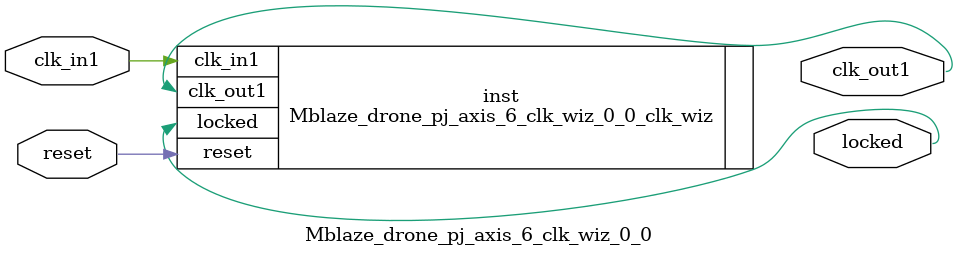
<source format=v>


`timescale 1ps/1ps

(* CORE_GENERATION_INFO = "Mblaze_drone_pj_axis_6_clk_wiz_0_0,clk_wiz_v6_0_4_0_0,{component_name=Mblaze_drone_pj_axis_6_clk_wiz_0_0,use_phase_alignment=true,use_min_o_jitter=false,use_max_i_jitter=false,use_dyn_phase_shift=false,use_inclk_switchover=false,use_dyn_reconfig=false,enable_axi=0,feedback_source=FDBK_AUTO,PRIMITIVE=MMCM,num_out_clk=1,clkin1_period=10.000,clkin2_period=10.000,use_power_down=false,use_reset=true,use_locked=true,use_inclk_stopped=false,feedback_type=SINGLE,CLOCK_MGR_TYPE=NA,manual_override=false}" *)

module Mblaze_drone_pj_axis_6_clk_wiz_0_0 
 (
  // Clock out ports
  output        clk_out1,
  // Status and control signals
  input         reset,
  output        locked,
 // Clock in ports
  input         clk_in1
 );

  Mblaze_drone_pj_axis_6_clk_wiz_0_0_clk_wiz inst
  (
  // Clock out ports  
  .clk_out1(clk_out1),
  // Status and control signals               
  .reset(reset), 
  .locked(locked),
 // Clock in ports
  .clk_in1(clk_in1)
  );

endmodule

</source>
